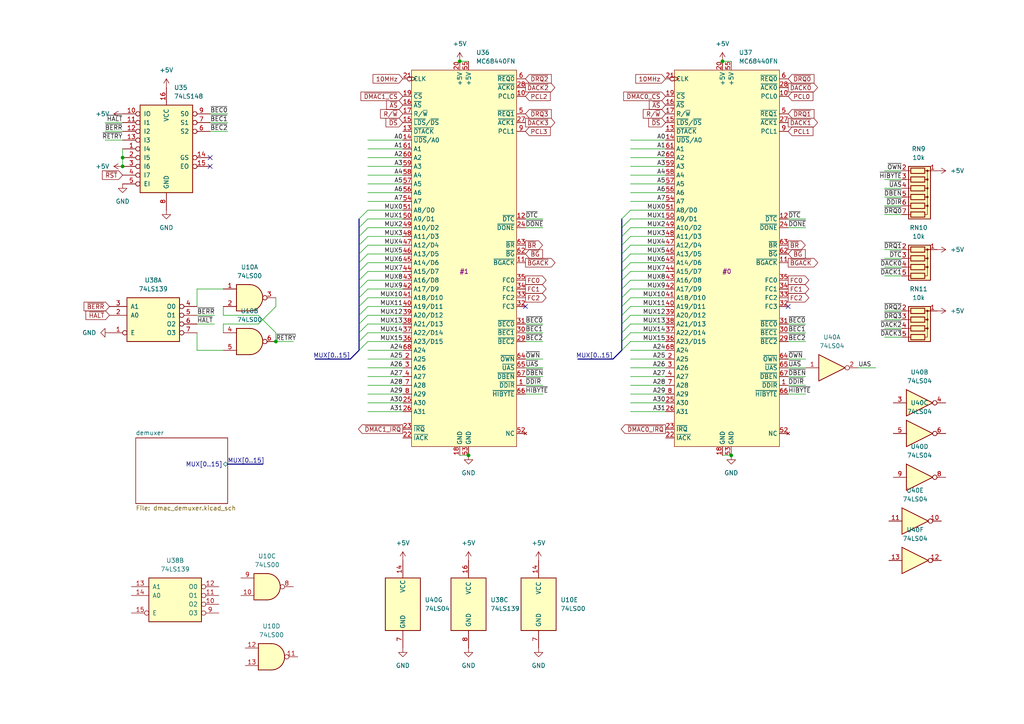
<source format=kicad_sch>
(kicad_sch (version 20231120) (generator "eeschema") (generator_version "8.0")
  (paper "A4")
  (lib_symbols
    (symbol "74xx:74LS00" (pin_names (offset 1.016))
      (property "Reference" "U" (at 0 1.27 0))
      (property "Value" "74LS00" (at 0 -1.27 0))
      (symbol "74LS00_1_1"
        (arc (start 0 -3.81) (mid 3.7934 0) (end 0 3.81) (stroke (width 0.254)) (fill (type background)))
        (polyline (pts (xy 0 3.81) (xy -3.81 3.81) (xy -3.81 -3.81) (xy 0 -3.81)) (stroke (width 0.254)) (fill (type background)))
        (pin input line (at -7.62 2.54 0) (length 3.81) (name "~") (number "1"))
        (pin input line (at -7.62 -2.54 0) (length 3.81) (name "~") (number "2"))
        (pin output inverted (at 7.62 0 180) (length 3.81) (name "~") (number "3"))
      )
      (symbol "74LS00_1_2"
        (arc (start -3.81 -3.81) (mid -2.589 0) (end -3.81 3.81) (stroke (width 0.254)))
        (arc (start -0.6096 -3.81) (mid 2.1842 -2.5851) (end 3.81 0) (stroke (width 0.254)) (fill (type background)))
        (polyline (pts (xy -3.81 -3.81) (xy -0.635 -3.81)) (stroke (width 0.254)) (fill (type background)))
        (polyline (pts (xy -3.81 3.81) (xy -0.635 3.81)) (stroke (width 0.254)) (fill (type background)))
        (polyline (pts (xy -0.635 3.81) (xy -3.81 3.81) (xy -3.81 3.81) (xy -3.556 3.4036) (xy -3.0226 2.2606) (xy -2.6924 1.0414) (xy -2.6162 -0.254) (xy -2.7686 -1.4986) (xy -3.175 -2.7178) (xy -3.81 -3.81) (xy -3.81 -3.81) (xy -0.635 -3.81)) (stroke (width -25.4)) (fill (type background)))
        (arc (start 3.81 0) (mid 2.1915 2.5936) (end -0.6096 3.81) (stroke (width 0.254)) (fill (type background)))
        (pin input inverted (at -7.62 2.54 0) (length 4.318) (name "~") (number "1"))
        (pin input inverted (at -7.62 -2.54 0) (length 4.318) (name "~") (number "2"))
        (pin output line (at 7.62 0 180) (length 3.81) (name "~") (number "3"))
      )
      (symbol "74LS00_2_1"
        (arc (start 0 -3.81) (mid 3.7934 0) (end 0 3.81) (stroke (width 0.254)) (fill (type background)))
        (polyline (pts (xy 0 3.81) (xy -3.81 3.81) (xy -3.81 -3.81) (xy 0 -3.81)) (stroke (width 0.254)) (fill (type background)))
        (pin input line (at -7.62 2.54 0) (length 3.81) (name "~") (number "4"))
        (pin input line (at -7.62 -2.54 0) (length 3.81) (name "~") (number "5"))
        (pin output inverted (at 7.62 0 180) (length 3.81) (name "~") (number "6"))
      )
      (symbol "74LS00_2_2"
        (arc (start -3.81 -3.81) (mid -2.589 0) (end -3.81 3.81) (stroke (width 0.254)))
        (arc (start -0.6096 -3.81) (mid 2.1842 -2.5851) (end 3.81 0) (stroke (width 0.254)) (fill (type background)))
        (polyline (pts (xy -3.81 -3.81) (xy -0.635 -3.81)) (stroke (width 0.254)) (fill (type background)))
        (polyline (pts (xy -3.81 3.81) (xy -0.635 3.81)) (stroke (width 0.254)) (fill (type background)))
        (polyline (pts (xy -0.635 3.81) (xy -3.81 3.81) (xy -3.81 3.81) (xy -3.556 3.4036) (xy -3.0226 2.2606) (xy -2.6924 1.0414) (xy -2.6162 -0.254) (xy -2.7686 -1.4986) (xy -3.175 -2.7178) (xy -3.81 -3.81) (xy -3.81 -3.81) (xy -0.635 -3.81)) (stroke (width -25.4)) (fill (type background)))
        (arc (start 3.81 0) (mid 2.1915 2.5936) (end -0.6096 3.81) (stroke (width 0.254)) (fill (type background)))
        (pin input inverted (at -7.62 2.54 0) (length 4.318) (name "~") (number "4"))
        (pin input inverted (at -7.62 -2.54 0) (length 4.318) (name "~") (number "5"))
        (pin output line (at 7.62 0 180) (length 3.81) (name "~") (number "6"))
      )
      (symbol "74LS00_3_1"
        (arc (start 0 -3.81) (mid 3.7934 0) (end 0 3.81) (stroke (width 0.254)) (fill (type background)))
        (polyline (pts (xy 0 3.81) (xy -3.81 3.81) (xy -3.81 -3.81) (xy 0 -3.81)) (stroke (width 0.254)) (fill (type background)))
        (pin input line (at -7.62 -2.54 0) (length 3.81) (name "~") (number "10"))
        (pin output inverted (at 7.62 0 180) (length 3.81) (name "~") (number "8"))
        (pin input line (at -7.62 2.54 0) (length 3.81) (name "~") (number "9"))
      )
      (symbol "74LS00_3_2"
        (arc (start -3.81 -3.81) (mid -2.589 0) (end -3.81 3.81) (stroke (width 0.254)))
        (arc (start -0.6096 -3.81) (mid 2.1842 -2.5851) (end 3.81 0) (stroke (width 0.254)) (fill (type background)))
        (polyline (pts (xy -3.81 -3.81) (xy -0.635 -3.81)) (stroke (width 0.254)) (fill (type background)))
        (polyline (pts (xy -3.81 3.81) (xy -0.635 3.81)) (stroke (width 0.254)) (fill (type background)))
        (polyline (pts (xy -0.635 3.81) (xy -3.81 3.81) (xy -3.81 3.81) (xy -3.556 3.4036) (xy -3.0226 2.2606) (xy -2.6924 1.0414) (xy -2.6162 -0.254) (xy -2.7686 -1.4986) (xy -3.175 -2.7178) (xy -3.81 -3.81) (xy -3.81 -3.81) (xy -0.635 -3.81)) (stroke (width -25.4)) (fill (type background)))
        (arc (start 3.81 0) (mid 2.1915 2.5936) (end -0.6096 3.81) (stroke (width 0.254)) (fill (type background)))
        (pin input inverted (at -7.62 -2.54 0) (length 4.318) (name "~") (number "10"))
        (pin output line (at 7.62 0 180) (length 3.81) (name "~") (number "8"))
        (pin input inverted (at -7.62 2.54 0) (length 4.318) (name "~") (number "9"))
      )
      (symbol "74LS00_4_1"
        (arc (start 0 -3.81) (mid 3.7934 0) (end 0 3.81) (stroke (width 0.254)) (fill (type background)))
        (polyline (pts (xy 0 3.81) (xy -3.81 3.81) (xy -3.81 -3.81) (xy 0 -3.81)) (stroke (width 0.254)) (fill (type background)))
        (pin output inverted (at 7.62 0 180) (length 3.81) (name "~") (number "11"))
        (pin input line (at -7.62 2.54 0) (length 3.81) (name "~") (number "12"))
        (pin input line (at -7.62 -2.54 0) (length 3.81) (name "~") (number "13"))
      )
      (symbol "74LS00_4_2"
        (arc (start -3.81 -3.81) (mid -2.589 0) (end -3.81 3.81) (stroke (width 0.254)))
        (arc (start -0.6096 -3.81) (mid 2.1842 -2.5851) (end 3.81 0) (stroke (width 0.254)) (fill (type background)))
        (polyline (pts (xy -3.81 -3.81) (xy -0.635 -3.81)) (stroke (width 0.254)) (fill (type background)))
        (polyline (pts (xy -3.81 3.81) (xy -0.635 3.81)) (stroke (width 0.254)) (fill (type background)))
        (polyline (pts (xy -0.635 3.81) (xy -3.81 3.81) (xy -3.81 3.81) (xy -3.556 3.4036) (xy -3.0226 2.2606) (xy -2.6924 1.0414) (xy -2.6162 -0.254) (xy -2.7686 -1.4986) (xy -3.175 -2.7178) (xy -3.81 -3.81) (xy -3.81 -3.81) (xy -0.635 -3.81)) (stroke (width -25.4)) (fill (type background)))
        (arc (start 3.81 0) (mid 2.1915 2.5936) (end -0.6096 3.81) (stroke (width 0.254)) (fill (type background)))
        (pin output line (at 7.62 0 180) (length 3.81) (name "~") (number "11"))
        (pin input inverted (at -7.62 2.54 0) (length 4.318) (name "~") (number "12"))
        (pin input inverted (at -7.62 -2.54 0) (length 4.318) (name "~") (number "13"))
      )
      (symbol "74LS00_5_0"
        (pin power_in line (at 0 12.7 270) (length 5.08) (name "VCC") (number "14"))
        (pin power_in line (at 0 -12.7 90) (length 5.08) (name "GND") (number "7"))
      )
      (symbol "74LS00_5_1"
        (rectangle (start -5.08 7.62) (end 5.08 -7.62) (stroke (width 0.254)) (fill (type background)))
      )
    )
    (symbol "74xx:74LS04"
      (property "Reference" "U" (at 0 1.27 0))
      (property "Value" "74LS04" (at 0 -1.27 0))
      (symbol "74LS04_1_0"
        (polyline (pts (xy -3.81 3.81) (xy -3.81 -3.81) (xy 3.81 0) (xy -3.81 3.81)) (stroke (width 0.254)) (fill (type background)))
        (pin input line (at -7.62 0 0) (length 3.81) (name "~") (number "1"))
        (pin output inverted (at 7.62 0 180) (length 3.81) (name "~") (number "2"))
      )
      (symbol "74LS04_2_0"
        (polyline (pts (xy -3.81 3.81) (xy -3.81 -3.81) (xy 3.81 0) (xy -3.81 3.81)) (stroke (width 0.254)) (fill (type background)))
        (pin input line (at -7.62 0 0) (length 3.81) (name "~") (number "3"))
        (pin output inverted (at 7.62 0 180) (length 3.81) (name "~") (number "4"))
      )
      (symbol "74LS04_3_0"
        (polyline (pts (xy -3.81 3.81) (xy -3.81 -3.81) (xy 3.81 0) (xy -3.81 3.81)) (stroke (width 0.254)) (fill (type background)))
        (pin input line (at -7.62 0 0) (length 3.81) (name "~") (number "5"))
        (pin output inverted (at 7.62 0 180) (length 3.81) (name "~") (number "6"))
      )
      (symbol "74LS04_4_0"
        (polyline (pts (xy -3.81 3.81) (xy -3.81 -3.81) (xy 3.81 0) (xy -3.81 3.81)) (stroke (width 0.254)) (fill (type background)))
        (pin output inverted (at 7.62 0 180) (length 3.81) (name "~") (number "8"))
        (pin input line (at -7.62 0 0) (length 3.81) (name "~") (number "9"))
      )
      (symbol "74LS04_5_0"
        (polyline (pts (xy -3.81 3.81) (xy -3.81 -3.81) (xy 3.81 0) (xy -3.81 3.81)) (stroke (width 0.254)) (fill (type background)))
        (pin output inverted (at 7.62 0 180) (length 3.81) (name "~") (number "10"))
        (pin input line (at -7.62 0 0) (length 3.81) (name "~") (number "11"))
      )
      (symbol "74LS04_6_0"
        (polyline (pts (xy -3.81 3.81) (xy -3.81 -3.81) (xy 3.81 0) (xy -3.81 3.81)) (stroke (width 0.254)) (fill (type background)))
        (pin output inverted (at 7.62 0 180) (length 3.81) (name "~") (number "12"))
        (pin input line (at -7.62 0 0) (length 3.81) (name "~") (number "13"))
      )
      (symbol "74LS04_7_0"
        (pin power_in line (at 0 12.7 270) (length 5.08) (name "VCC") (number "14"))
        (pin power_in line (at 0 -12.7 90) (length 5.08) (name "GND") (number "7"))
      )
      (symbol "74LS04_7_1"
        (rectangle (start -5.08 7.62) (end 5.08 -7.62) (stroke (width 0.254)) (fill (type background)))
      )
    )
    (symbol "74xx:74LS139" (pin_names (offset 1.016))
      (property "Reference" "U" (at -7.62 8.89 0))
      (property "Value" "74LS139" (at -7.62 -8.89 0))
      (symbol "74LS139_1_0"
        (pin input inverted (at -12.7 -5.08 0) (length 5.08) (name "E") (number "1"))
        (pin input line (at -12.7 0 0) (length 5.08) (name "A0") (number "2"))
        (pin input line (at -12.7 2.54 0) (length 5.08) (name "A1") (number "3"))
        (pin output inverted (at 12.7 2.54 180) (length 5.08) (name "O0") (number "4"))
        (pin output inverted (at 12.7 0 180) (length 5.08) (name "O1") (number "5"))
        (pin output inverted (at 12.7 -2.54 180) (length 5.08) (name "O2") (number "6"))
        (pin output inverted (at 12.7 -5.08 180) (length 5.08) (name "O3") (number "7"))
      )
      (symbol "74LS139_1_1"
        (rectangle (start -7.62 5.08) (end 7.62 -7.62) (stroke (width 0.254)) (fill (type background)))
      )
      (symbol "74LS139_2_0"
        (pin output inverted (at 12.7 -2.54 180) (length 5.08) (name "O2") (number "10"))
        (pin output inverted (at 12.7 0 180) (length 5.08) (name "O1") (number "11"))
        (pin output inverted (at 12.7 2.54 180) (length 5.08) (name "O0") (number "12"))
        (pin input line (at -12.7 2.54 0) (length 5.08) (name "A1") (number "13"))
        (pin input line (at -12.7 0 0) (length 5.08) (name "A0") (number "14"))
        (pin input inverted (at -12.7 -5.08 0) (length 5.08) (name "E") (number "15"))
        (pin output inverted (at 12.7 -5.08 180) (length 5.08) (name "O3") (number "9"))
      )
      (symbol "74LS139_2_1"
        (rectangle (start -7.62 5.08) (end 7.62 -7.62) (stroke (width 0.254)) (fill (type background)))
      )
      (symbol "74LS139_3_0"
        (pin power_in line (at 0 12.7 270) (length 5.08) (name "VCC") (number "16"))
        (pin power_in line (at 0 -12.7 90) (length 5.08) (name "GND") (number "8"))
      )
      (symbol "74LS139_3_1"
        (rectangle (start -5.08 7.62) (end 5.08 -7.62) (stroke (width 0.254)) (fill (type background)))
      )
    )
    (symbol "74xx:74LS148" (pin_names (offset 1.016))
      (property "Reference" "U" (at -7.62 13.97 0))
      (property "Value" "74LS148" (at -7.62 -13.97 0))
      (symbol "74LS148_1_0"
        (pin input inverted (at -12.7 0 0) (length 5.08) (name "I4") (number "1"))
        (pin input inverted (at -12.7 10.16 0) (length 5.08) (name "IO") (number "10"))
        (pin input inverted (at -12.7 7.62 0) (length 5.08) (name "I1") (number "11"))
        (pin input inverted (at -12.7 5.08 0) (length 5.08) (name "I2") (number "12"))
        (pin input inverted (at -12.7 2.54 0) (length 5.08) (name "I3") (number "13"))
        (pin output inverted (at 12.7 -2.54 180) (length 5.08) (name "GS") (number "14"))
        (pin output inverted (at 12.7 -5.08 180) (length 5.08) (name "EO") (number "15"))
        (pin power_in line (at 0 17.78 270) (length 5.08) (name "VCC") (number "16"))
        (pin input inverted (at -12.7 -2.54 0) (length 5.08) (name "I5") (number "2"))
        (pin input inverted (at -12.7 -5.08 0) (length 5.08) (name "I6") (number "3"))
        (pin input inverted (at -12.7 -7.62 0) (length 5.08) (name "I7") (number "4"))
        (pin input inverted (at -12.7 -10.16 0) (length 5.08) (name "EI") (number "5"))
        (pin output inverted (at 12.7 5.08 180) (length 5.08) (name "S2") (number "6"))
        (pin output inverted (at 12.7 7.62 180) (length 5.08) (name "S1") (number "7"))
        (pin power_in line (at 0 -17.78 90) (length 5.08) (name "GND") (number "8"))
        (pin output inverted (at 12.7 10.16 180) (length 5.08) (name "S0") (number "9"))
      )
      (symbol "74LS148_1_1"
        (rectangle (start -7.62 12.7) (end 7.62 -12.7) (stroke (width 0.254)) (fill (type background)))
      )
    )
    (symbol "Device:R_Network04" (pin_names (offset 0) hide)
      (property "Reference" "RN" (at -7.62 0 90))
      (property "Value" "R_Network04" (at 5.08 0 90))
      (symbol "R_Network04_0_1"
        (rectangle (start -6.35 -3.175) (end 3.81 3.175) (stroke (width 0.254)) (fill (type background)))
        (rectangle (start -5.842 1.524) (end -4.318 -2.54) (stroke (width 0.254)))
        (circle (center -5.08 2.286) (radius 0.254) (fill (type outline)))
        (rectangle (start -3.302 1.524) (end -1.778 -2.54) (stroke (width 0.254)))
        (circle (center -2.54 2.286) (radius 0.254) (fill (type outline)))
        (rectangle (start -0.762 1.524) (end 0.762 -2.54) (stroke (width 0.254)))
        (polyline (pts (xy -5.08 -2.54) (xy -5.08 -3.81)))
        (polyline (pts (xy -2.54 -2.54) (xy -2.54 -3.81)))
        (polyline (pts (xy 0 -2.54) (xy 0 -3.81)))
        (polyline (pts (xy 2.54 -2.54) (xy 2.54 -3.81)))
        (polyline (pts (xy -5.08 1.524) (xy -5.08 2.286) (xy -2.54 2.286) (xy -2.54 1.524)))
        (polyline (pts (xy -2.54 1.524) (xy -2.54 2.286) (xy 0 2.286) (xy 0 1.524)))
        (polyline (pts (xy 0 1.524) (xy 0 2.286) (xy 2.54 2.286) (xy 2.54 1.524)))
        (circle (center 0 2.286) (radius 0.254) (fill (type outline)))
        (rectangle (start 1.778 1.524) (end 3.302 -2.54) (stroke (width 0.254)))
      )
      (symbol "R_Network04_1_1"
        (pin passive line (at -5.08 5.08 270) (length 2.54) (name "common") (number "1"))
        (pin passive line (at -5.08 -5.08 90) (length 1.27) (name "R1") (number "2"))
        (pin passive line (at -2.54 -5.08 90) (length 1.27) (name "R2") (number "3"))
        (pin passive line (at 0 -5.08 90) (length 1.27) (name "R3") (number "4"))
        (pin passive line (at 2.54 -5.08 90) (length 1.27) (name "R4") (number "5"))
      )
    )
    (symbol "Device:R_Network06" (pin_names (offset 0) hide)
      (property "Reference" "RN" (at -10.16 0 90))
      (property "Value" "R_Network06" (at 7.62 0 90))
      (symbol "R_Network06_0_1"
        (rectangle (start -8.89 -3.175) (end 6.35 3.175) (stroke (width 0.254)) (fill (type background)))
        (rectangle (start -8.382 1.524) (end -6.858 -2.54) (stroke (width 0.254)))
        (circle (center -7.62 2.286) (radius 0.254) (fill (type outline)))
        (rectangle (start -5.842 1.524) (end -4.318 -2.54) (stroke (width 0.254)))
        (circle (center -5.08 2.286) (radius 0.254) (fill (type outline)))
        (rectangle (start -3.302 1.524) (end -1.778 -2.54) (stroke (width 0.254)))
        (circle (center -2.54 2.286) (radius 0.254) (fill (type outline)))
        (rectangle (start -0.762 1.524) (end 0.762 -2.54) (stroke (width 0.254)))
        (polyline (pts (xy -7.62 -2.54) (xy -7.62 -3.81)))
        (polyline (pts (xy -5.08 -2.54) (xy -5.08 -3.81)))
        (polyline (pts (xy -2.54 -2.54) (xy -2.54 -3.81)))
        (polyline (pts (xy 0 -2.54) (xy 0 -3.81)))
        (polyline (pts (xy 2.54 -2.54) (xy 2.54 -3.81)))
        (polyline (pts (xy 5.08 -2.54) (xy 5.08 -3.81)))
        (polyline (pts (xy -7.62 1.524) (xy -7.62 2.286) (xy -5.08 2.286) (xy -5.08 1.524)))
        (polyline (pts (xy -5.08 1.524) (xy -5.08 2.286) (xy -2.54 2.286) (xy -2.54 1.524)))
        (polyline (pts (xy -2.54 1.524) (xy -2.54 2.286) (xy 0 2.286) (xy 0 1.524)))
        (polyline (pts (xy 0 1.524) (xy 0 2.286) (xy 2.54 2.286) (xy 2.54 1.524)))
        (polyline (pts (xy 2.54 1.524) (xy 2.54 2.286) (xy 5.08 2.286) (xy 5.08 1.524)))
        (circle (center 0 2.286) (radius 0.254) (fill (type outline)))
        (rectangle (start 1.778 1.524) (end 3.302 -2.54) (stroke (width 0.254)))
        (circle (center 2.54 2.286) (radius 0.254) (fill (type outline)))
        (rectangle (start 4.318 1.524) (end 5.842 -2.54) (stroke (width 0.254)))
      )
      (symbol "R_Network06_1_1"
        (pin passive line (at -7.62 5.08 270) (length 2.54) (name "common") (number "1"))
        (pin passive line (at -7.62 -5.08 90) (length 1.27) (name "R1") (number "2"))
        (pin passive line (at -5.08 -5.08 90) (length 1.27) (name "R2") (number "3"))
        (pin passive line (at -2.54 -5.08 90) (length 1.27) (name "R3") (number "4"))
        (pin passive line (at 0 -5.08 90) (length 1.27) (name "R4") (number "5"))
        (pin passive line (at 2.54 -5.08 90) (length 1.27) (name "R5") (number "6"))
        (pin passive line (at 5.08 -5.08 90) (length 1.27) (name "R6") (number "7"))
      )
    )
    (symbol "m68k-hbc-ic:MC68440FN"
      (property "Reference" "U" (at 3.81 57.15 0))
      (property "Value" "MC68440FN" (at 0 0 0))
      (symbol "MC68440FN_1_1"
        (rectangle (start -15.24 58.42) (end 15.24 -50.8) (fill (type background)))
        (pin output line (at 17.78 -33.02 180) (length 2.54) (name "~{DDIR}") (number "1"))
        (pin bidirectional line (at 17.78 50.8 180) (length 2.54) (name "PCL0") (number "10"))
        (pin bidirectional line (at 17.78 2.54 180) (length 2.54) (name "~{BGACK}") (number "11"))
        (pin output line (at 17.78 15.24 180) (length 2.54) (name "~{DTC}") (number "12"))
        (pin bidirectional line (at -17.78 40.64 0) (length 2.54) (name "~{DTACK}") (number "13"))
        (pin bidirectional line (at -17.78 38.1 0) (length 2.54) (name "~{UDS}/A0") (number "14"))
        (pin bidirectional line (at -17.78 43.18 0) (length 2.54) (name "~{LDS}/~{DS}") (number "15"))
        (pin bidirectional line (at -17.78 48.26 0) (length 2.54) (name "~{AS}") (number "16"))
        (pin bidirectional line (at -17.78 45.72 0) (length 2.54) (name "R/~{W}") (number "17"))
        (pin power_in line (at -1.27 -53.34 90) (length 2.54) (name "GND") (number "18"))
        (pin input line (at -17.78 50.8 0) (length 2.54) (name "~{CS}") (number "19"))
        (pin output line (at -17.78 -25.4 0) (length 2.54) (name "A25") (number "2"))
        (pin power_in line (at -1.27 60.96 270) (length 2.54) (name "+5V") (number "20"))
        (pin input inverted_clock (at -17.78 55.88 0) (length 2.54) (name "CLK") (number "21"))
        (pin input line (at -17.78 -48.26 0) (length 2.54) (name "~{IACK}") (number "22"))
        (pin output line (at -17.78 -45.72 0) (length 2.54) (name "~{IRQ}") (number "23"))
        (pin bidirectional line (at 17.78 12.7 180) (length 2.54) (name "~{DONE}") (number "24"))
        (pin output line (at -17.78 -38.1 0) (length 2.54) (name "A30") (number "25"))
        (pin output line (at -17.78 -40.64 0) (length 2.54) (name "A31") (number "26"))
        (pin output line (at 17.78 43.18 180) (length 2.54) (name "~{ACK1}") (number "27"))
        (pin output line (at 17.78 53.34 180) (length 2.54) (name "~{ACK0}") (number "28"))
        (pin input line (at 17.78 -20.32 180) (length 2.54) (name "~{BEC2}") (number "29"))
        (pin output line (at -17.78 -27.94 0) (length 2.54) (name "A26") (number "3"))
        (pin input line (at 17.78 -17.78 180) (length 2.54) (name "~{BEC1}") (number "30"))
        (pin input line (at 17.78 -15.24 180) (length 2.54) (name "~{BEC0}") (number "31"))
        (pin output line (at 17.78 -10.16 180) (length 2.54) (name "FC3") (number "32"))
        (pin output line (at 17.78 -7.62 180) (length 2.54) (name "FC2") (number "33"))
        (pin output line (at 17.78 -5.08 180) (length 2.54) (name "FC1") (number "34"))
        (pin output line (at 17.78 -2.54 180) (length 2.54) (name "FC0") (number "35"))
        (pin output line (at -17.78 -20.32 0) (length 2.54) (name "A23/D15") (number "36"))
        (pin output line (at -17.78 -17.78 0) (length 2.54) (name "A22/D14") (number "37"))
        (pin output line (at -17.78 -15.24 0) (length 2.54) (name "A21/D13") (number "38"))
        (pin output line (at -17.78 -12.7 0) (length 2.54) (name "A20/D12") (number "39"))
        (pin output line (at -17.78 -30.48 0) (length 2.54) (name "A27") (number "4"))
        (pin output line (at -17.78 -10.16 0) (length 2.54) (name "A19/D11") (number "40"))
        (pin output line (at -17.78 -7.62 0) (length 2.54) (name "A18/D10") (number "41"))
        (pin output line (at -17.78 -5.08 0) (length 2.54) (name "A17/D9") (number "42"))
        (pin output line (at -17.78 -2.54 0) (length 2.54) (name "A16/D8") (number "43"))
        (pin output line (at -17.78 0 0) (length 2.54) (name "A15/D7") (number "44"))
        (pin output line (at -17.78 2.54 0) (length 2.54) (name "A14/D6") (number "45"))
        (pin output line (at -17.78 5.08 0) (length 2.54) (name "A13/D5") (number "46"))
        (pin output line (at -17.78 7.62 0) (length 2.54) (name "A12/D4") (number "47"))
        (pin output line (at -17.78 10.16 0) (length 2.54) (name "A11/D3") (number "48"))
        (pin output line (at -17.78 12.7 0) (length 2.54) (name "A10/D2") (number "49"))
        (pin input line (at 17.78 45.72 180) (length 2.54) (name "~{REQ1}") (number "5"))
        (pin output line (at -17.78 15.24 0) (length 2.54) (name "A9/D1") (number "50"))
        (pin output line (at -17.78 17.78 0) (length 2.54) (name "A8/D0") (number "51"))
        (pin no_connect line (at 17.78 -46.99 180) (length 2.54) (name "NC") (number "52"))
        (pin power_in line (at 1.27 -53.34 90) (length 2.54) (name "GND") (number "53"))
        (pin bidirectional line (at -17.78 20.32 0) (length 2.54) (name "A7") (number "54"))
        (pin power_in line (at 1.27 60.96 270) (length 2.54) (name "+5V") (number "55"))
        (pin bidirectional line (at -17.78 22.86 0) (length 2.54) (name "A6") (number "56"))
        (pin bidirectional line (at -17.78 25.4 0) (length 2.54) (name "A5") (number "57"))
        (pin bidirectional line (at -17.78 27.94 0) (length 2.54) (name "A4") (number "58"))
        (pin bidirectional line (at -17.78 30.48 0) (length 2.54) (name "A3") (number "59"))
        (pin input line (at 17.78 55.88 180) (length 2.54) (name "~{REQ0}") (number "6"))
        (pin bidirectional line (at -17.78 33.02 0) (length 2.54) (name "A2") (number "60"))
        (pin bidirectional line (at -17.78 35.56 0) (length 2.54) (name "A1") (number "61"))
        (pin input line (at 17.78 5.08 180) (length 2.54) (name "~{BG}") (number "62"))
        (pin output line (at 17.78 7.62 180) (length 2.54) (name "~{BR}") (number "63"))
        (pin output line (at 17.78 -25.4 180) (length 2.54) (name "~{OWN}") (number "64"))
        (pin output line (at 17.78 -27.94 180) (length 2.54) (name "~{UAS}") (number "65"))
        (pin output line (at 17.78 -35.56 180) (length 2.54) (name "~{HIBYTE}") (number "66"))
        (pin output line (at 17.78 -30.48 180) (length 2.54) (name "~{DBEN}") (number "67"))
        (pin output line (at -17.78 -22.86 0) (length 2.54) (name "A24") (number "68"))
        (pin output line (at -17.78 -33.02 0) (length 2.54) (name "A28") (number "7"))
        (pin output line (at -17.78 -35.56 0) (length 2.54) (name "A29") (number "8"))
        (pin bidirectional line (at 17.78 40.64 180) (length 2.54) (name "PCL1") (number "9"))
      )
    )
    (symbol "power:+5V" (power) (pin_names (offset 0))
      (property "Value" "+5V" (at 0 3.556 0))
      (symbol "+5V_0_1"
        (polyline (pts (xy -0.762 1.27) (xy 0 2.54)))
        (polyline (pts (xy 0 0) (xy 0 2.54)))
        (polyline (pts (xy 0 2.54) (xy 0.762 1.27)))
      )
      (symbol "+5V_1_1"
        (pin power_in line (at 0 0 90) (length 0) hide (name "+5V") (number "1"))
      )
    )
    (symbol "power:GND" (power) (pin_names (offset 0))
      (property "Value" "GND" (at 0 -3.81 0))
      (symbol "GND_0_1"
        (polyline (pts (xy 0 0) (xy 0 -1.27) (xy 1.27 -1.27) (xy 0 -2.54) (xy -1.27 -1.27) (xy 0 -1.27)))
      )
      (symbol "GND_1_1"
        (pin power_in line (at 0 0 270) (length 0) hide (name "GND") (number "1"))
      )
    )
  )
  (junction (at 135.89 132.08))
  (junction (at 35.56 45.72))
  (junction (at 212.09 132.08))
  (junction (at 209.55 17.78))
  (junction (at 80.01 99.06))
  (junction (at 133.35 17.78))
  (junction (at 35.56 48.26))
  (no_connect (at 60.96 45.72))
  (no_connect (at 60.96 48.26))
  (no_connect (at 152.4 88.9))
  (no_connect (at 228.6 88.9))
  (bus_entry (at 106.68 81.28) (size -2.54 2.54))
  (bus_entry (at 106.68 86.36) (size -2.54 2.54))
  (bus_entry (at 106.68 93.98) (size -2.54 2.54))
  (bus_entry (at 106.68 76.2) (size -2.54 2.54))
  (bus_entry (at 182.88 88.9) (size -2.54 2.54))
  (bus_entry (at 106.68 83.82) (size -2.54 2.54))
  (bus_entry (at 106.68 71.12) (size -2.54 2.54))
  (bus_entry (at 182.88 91.44) (size -2.54 2.54))
  (bus_entry (at 182.88 83.82) (size -2.54 2.54))
  (bus_entry (at 182.88 86.36) (size -2.54 2.54))
  (bus_entry (at 106.68 73.66) (size -2.54 2.54))
  (bus_entry (at 182.88 99.06) (size -2.54 2.54))
  (bus_entry (at 106.68 91.44) (size -2.54 2.54))
  (bus_entry (at 106.68 60.96) (size -2.54 2.54))
  (bus_entry (at 106.68 99.06) (size -2.54 2.54))
  (bus_entry (at 182.88 73.66) (size -2.54 2.54))
  (bus_entry (at 182.88 71.12) (size -2.54 2.54))
  (bus_entry (at 106.68 68.58) (size -2.54 2.54))
  (bus_entry (at 106.68 88.9) (size -2.54 2.54))
  (bus_entry (at 182.88 81.28) (size -2.54 2.54))
  (bus_entry (at 106.68 63.5) (size -2.54 2.54))
  (bus_entry (at 182.88 76.2) (size -2.54 2.54))
  (bus_entry (at 182.88 96.52) (size -2.54 2.54))
  (bus_entry (at 182.88 93.98) (size -2.54 2.54))
  (bus_entry (at 182.88 68.58) (size -2.54 2.54))
  (bus_entry (at 106.68 66.04) (size -2.54 2.54))
  (bus_entry (at 182.88 66.04) (size -2.54 2.54))
  (bus_entry (at 106.68 96.52) (size -2.54 2.54))
  (bus_entry (at 182.88 63.5) (size -2.54 2.54))
  (bus_entry (at 182.88 78.74) (size -2.54 2.54))
  (bus_entry (at 182.88 60.96) (size -2.54 2.54))
  (bus_entry (at 106.68 78.74) (size -2.54 2.54))
  (bus (pts (xy 101.6 104.14) (xy 104.14 101.6)))
  (wire (pts (xy 256.54 62.23) (xy 261.62 62.23)))
  (wire (pts (xy 182.88 63.5) (xy 193.04 63.5)))
  (wire (pts (xy 182.88 78.74) (xy 193.04 78.74)))
  (wire (pts (xy 233.68 104.14) (xy 228.6 104.14)))
  (wire (pts (xy 106.68 48.26) (xy 116.84 48.26)))
  (wire (pts (xy 233.68 106.68) (xy 228.6 106.68)))
  (bus (pts (xy 180.34 71.12) (xy 180.34 73.66)))
  (wire (pts (xy 30.48 35.56) (xy 35.56 35.56)))
  (wire (pts (xy 233.68 66.04) (xy 228.6 66.04)))
  (wire (pts (xy 182.88 43.18) (xy 193.04 43.18)))
  (wire (pts (xy 182.88 111.76) (xy 193.04 111.76)))
  (wire (pts (xy 256.54 97.79) (xy 261.62 97.79)))
  (wire (pts (xy 106.68 86.36) (xy 116.84 86.36)))
  (wire (pts (xy 57.15 93.98) (xy 62.23 93.98)))
  (wire (pts (xy 66.04 33.02) (xy 60.96 33.02)))
  (wire (pts (xy 133.35 17.78) (xy 135.89 17.78)))
  (wire (pts (xy 106.68 43.18) (xy 116.84 43.18)))
  (bus (pts (xy 104.14 81.28) (xy 104.14 83.82)))
  (bus (pts (xy 180.34 78.74) (xy 180.34 81.28)))
  (wire (pts (xy 135.89 132.08) (xy 133.35 132.08)))
  (wire (pts (xy 106.68 101.6) (xy 116.84 101.6)))
  (wire (pts (xy 106.68 55.88) (xy 116.84 55.88)))
  (bus (pts (xy 180.34 86.36) (xy 180.34 88.9)))
  (wire (pts (xy 106.68 78.74) (xy 116.84 78.74)))
  (wire (pts (xy 66.04 38.1) (xy 60.96 38.1)))
  (wire (pts (xy 106.68 68.58) (xy 116.84 68.58)))
  (wire (pts (xy 30.48 38.1) (xy 35.56 38.1)))
  (wire (pts (xy 106.68 73.66) (xy 116.84 73.66)))
  (bus (pts (xy 180.34 91.44) (xy 180.34 93.98)))
  (bus (pts (xy 180.34 96.52) (xy 180.34 99.06)))
  (bus (pts (xy 104.14 86.36) (xy 104.14 88.9)))
  (bus (pts (xy 91.44 104.14) (xy 101.6 104.14)))
  (wire (pts (xy 212.09 132.08) (xy 209.55 132.08)))
  (wire (pts (xy 182.88 81.28) (xy 193.04 81.28)))
  (bus (pts (xy 104.14 99.06) (xy 104.14 101.6)))
  (bus (pts (xy 180.34 68.58) (xy 180.34 71.12)))
  (wire (pts (xy 106.68 76.2) (xy 116.84 76.2)))
  (bus (pts (xy 180.34 63.5) (xy 180.34 66.04)))
  (wire (pts (xy 80.01 96.52) (xy 80.01 99.06)))
  (wire (pts (xy 256.54 80.01) (xy 261.62 80.01)))
  (bus (pts (xy 177.8 104.14) (xy 180.34 101.6)))
  (wire (pts (xy 182.88 58.42) (xy 193.04 58.42)))
  (wire (pts (xy 35.56 45.72) (xy 35.56 43.18)))
  (wire (pts (xy 182.88 119.38) (xy 193.04 119.38)))
  (bus (pts (xy 180.34 88.9) (xy 180.34 91.44)))
  (bus (pts (xy 104.14 93.98) (xy 104.14 96.52)))
  (wire (pts (xy 106.68 104.14) (xy 116.84 104.14)))
  (wire (pts (xy 182.88 96.52) (xy 193.04 96.52)))
  (wire (pts (xy 182.88 53.34) (xy 193.04 53.34)))
  (bus (pts (xy 180.34 76.2) (xy 180.34 78.74)))
  (bus (pts (xy 104.14 83.82) (xy 104.14 86.36)))
  (wire (pts (xy 233.68 96.52) (xy 228.6 96.52)))
  (wire (pts (xy 182.88 40.64) (xy 193.04 40.64)))
  (wire (pts (xy 106.68 109.22) (xy 116.84 109.22)))
  (wire (pts (xy 182.88 109.22) (xy 193.04 109.22)))
  (wire (pts (xy 182.88 83.82) (xy 193.04 83.82)))
  (bus (pts (xy 104.14 68.58) (xy 104.14 71.12)))
  (wire (pts (xy 182.88 76.2) (xy 193.04 76.2)))
  (wire (pts (xy 182.88 91.44) (xy 193.04 91.44)))
  (wire (pts (xy 106.68 88.9) (xy 116.84 88.9)))
  (wire (pts (xy 106.68 63.5) (xy 116.84 63.5)))
  (wire (pts (xy 182.88 60.96) (xy 193.04 60.96)))
  (wire (pts (xy 256.54 57.15) (xy 261.62 57.15)))
  (wire (pts (xy 106.68 40.64) (xy 116.84 40.64)))
  (wire (pts (xy 106.68 60.96) (xy 116.84 60.96)))
  (bus (pts (xy 180.34 99.06) (xy 180.34 101.6)))
  (wire (pts (xy 182.88 88.9) (xy 193.04 88.9)))
  (wire (pts (xy 106.68 58.42) (xy 116.84 58.42)))
  (wire (pts (xy 106.68 111.76) (xy 116.84 111.76)))
  (wire (pts (xy 106.68 114.3) (xy 116.84 114.3)))
  (wire (pts (xy 106.68 53.34) (xy 116.84 53.34)))
  (wire (pts (xy 106.68 66.04) (xy 116.84 66.04)))
  (wire (pts (xy 64.77 93.98) (xy 64.77 96.52)))
  (wire (pts (xy 233.68 93.98) (xy 228.6 93.98)))
  (wire (pts (xy 182.88 106.68) (xy 193.04 106.68)))
  (wire (pts (xy 233.68 114.3) (xy 228.6 114.3)))
  (wire (pts (xy 256.54 52.07) (xy 261.62 52.07)))
  (bus (pts (xy 104.14 88.9) (xy 104.14 91.44)))
  (wire (pts (xy 106.68 81.28) (xy 116.84 81.28)))
  (wire (pts (xy 57.15 91.44) (xy 62.23 91.44)))
  (wire (pts (xy 30.48 40.64) (xy 35.56 40.64)))
  (bus (pts (xy 104.14 71.12) (xy 104.14 73.66)))
  (bus (pts (xy 104.14 76.2) (xy 104.14 78.74)))
  (wire (pts (xy 256.54 54.61) (xy 261.62 54.61)))
  (wire (pts (xy 157.48 111.76) (xy 152.4 111.76)))
  (wire (pts (xy 182.88 55.88) (xy 193.04 55.88)))
  (wire (pts (xy 261.62 74.93) (xy 256.54 74.93)))
  (wire (pts (xy 106.68 71.12) (xy 116.84 71.12)))
  (wire (pts (xy 233.68 109.22) (xy 228.6 109.22)))
  (bus (pts (xy 167.64 104.14) (xy 177.8 104.14)))
  (wire (pts (xy 85.09 99.06) (xy 80.01 99.06)))
  (wire (pts (xy 106.68 50.8) (xy 116.84 50.8)))
  (bus (pts (xy 180.34 83.82) (xy 180.34 86.36)))
  (wire (pts (xy 64.77 88.9) (xy 64.77 91.44)))
  (bus (pts (xy 104.14 66.04) (xy 104.14 68.58)))
  (wire (pts (xy 209.55 17.78) (xy 212.09 17.78)))
  (bus (pts (xy 104.14 91.44) (xy 104.14 93.98)))
  (wire (pts (xy 182.88 101.6) (xy 193.04 101.6)))
  (wire (pts (xy 256.54 49.53) (xy 261.62 49.53)))
  (wire (pts (xy 182.88 48.26) (xy 193.04 48.26)))
  (bus (pts (xy 180.34 81.28) (xy 180.34 83.82)))
  (wire (pts (xy 64.77 93.98) (xy 74.93 93.98)))
  (wire (pts (xy 157.48 104.14) (xy 152.4 104.14)))
  (wire (pts (xy 182.88 66.04) (xy 193.04 66.04)))
  (wire (pts (xy 261.62 92.71) (xy 256.54 92.71)))
  (bus (pts (xy 180.34 73.66) (xy 180.34 76.2)))
  (wire (pts (xy 74.93 93.98) (xy 80.01 88.9)))
  (wire (pts (xy 64.77 91.44) (xy 74.93 91.44)))
  (wire (pts (xy 106.68 91.44) (xy 116.84 91.44)))
  (wire (pts (xy 182.88 104.14) (xy 193.04 104.14)))
  (wire (pts (xy 157.48 106.68) (xy 152.4 106.68)))
  (wire (pts (xy 256.54 59.69) (xy 261.62 59.69)))
  (wire (pts (xy 66.04 35.56) (xy 60.96 35.56)))
  (wire (pts (xy 57.15 83.82) (xy 57.15 88.9)))
  (bus (pts (xy 180.34 93.98) (xy 180.34 96.52)))
  (bus (pts (xy 76.2 134.62) (xy 66.04 134.62)))
  (wire (pts (xy 106.68 99.06) (xy 116.84 99.06)))
  (wire (pts (xy 182.88 73.66) (xy 193.04 73.66)))
  (wire (pts (xy 157.48 96.52) (xy 152.4 96.52)))
  (wire (pts (xy 74.93 91.44) (xy 80.01 96.52)))
  (wire (pts (xy 256.54 77.47) (xy 261.62 77.47)))
  (wire (pts (xy 157.48 114.3) (xy 152.4 114.3)))
  (bus (pts (xy 180.34 66.04) (xy 180.34 68.58)))
  (bus (pts (xy 104.14 78.74) (xy 104.14 81.28)))
  (wire (pts (xy 106.68 119.38) (xy 116.84 119.38)))
  (wire (pts (xy 182.88 114.3) (xy 193.04 114.3)))
  (wire (pts (xy 157.48 93.98) (xy 152.4 93.98)))
  (wire (pts (xy 106.68 106.68) (xy 116.84 106.68)))
  (wire (pts (xy 182.88 93.98) (xy 193.04 93.98)))
  (wire (pts (xy 256.54 72.39) (xy 261.62 72.39)))
  (wire (pts (xy 57.15 96.52) (xy 57.15 101.6)))
  (wire (pts (xy 35.56 48.26) (xy 35.56 45.72)))
  (wire (pts (xy 157.48 63.5) (xy 152.4 63.5)))
  (wire (pts (xy 106.68 96.52) (xy 116.84 96.52)))
  (wire (pts (xy 157.48 109.22) (xy 152.4 109.22)))
  (wire (pts (xy 182.88 99.06) (xy 193.04 99.06)))
  (wire (pts (xy 233.68 111.76) (xy 228.6 111.76)))
  (wire (pts (xy 57.15 83.82) (xy 64.77 83.82)))
  (bus (pts (xy 104.14 96.52) (xy 104.14 99.06)))
  (wire (pts (xy 157.48 99.06) (xy 152.4 99.06)))
  (wire (pts (xy 182.88 45.72) (xy 193.04 45.72)))
  (wire (pts (xy 256.54 95.25) (xy 261.62 95.25)))
  (wire (pts (xy 233.68 99.06) (xy 228.6 99.06)))
  (wire (pts (xy 254 106.68) (xy 248.92 106.68)))
  (wire (pts (xy 57.15 101.6) (xy 64.77 101.6)))
  (bus (pts (xy 104.14 63.5) (xy 104.14 66.04)))
  (wire (pts (xy 233.68 63.5) (xy 228.6 63.5)))
  (wire (pts (xy 182.88 50.8) (xy 193.04 50.8)))
  (bus (pts (xy 104.14 73.66) (xy 104.14 76.2)))
  (wire (pts (xy 157.48 66.04) (xy 152.4 66.04)))
  (wire (pts (xy 182.88 86.36) (xy 193.04 86.36)))
  (wire (pts (xy 182.88 68.58) (xy 193.04 68.58)))
  (wire (pts (xy 80.01 86.36) (xy 80.01 88.9)))
  (wire (pts (xy 182.88 71.12) (xy 193.04 71.12)))
  (wire (pts (xy 182.88 116.84) (xy 193.04 116.84)))
  (wire (pts (xy 106.68 116.84) (xy 116.84 116.84)))
  (wire (pts (xy 256.54 90.17) (xy 261.62 90.17)))
  (wire (pts (xy 106.68 45.72) (xy 116.84 45.72)))
  (wire (pts (xy 106.68 93.98) (xy 116.84 93.98)))
  (wire (pts (xy 106.68 83.82) (xy 116.84 83.82)))
  (label "A28" (at 193.04 111.76 180))
  (label "MUX13" (at 193.04 93.98 180))
  (label "MUX12" (at 116.84 91.44 180))
  (label "MUX12" (at 193.04 91.44 180))
  (label "A6" (at 193.04 55.88 180))
  (label "MUX5" (at 116.84 73.66 180))
  (label "~{HIBYTE}" (at 228.6 114.3 0))
  (label "~{BERR}" (at 57.15 91.44 0))
  (label "A26" (at 193.04 106.68 180))
  (label "MUX0" (at 116.84 60.96 180))
  (label "MUX15" (at 193.04 99.06 180))
  (label "~{DACK3}" (at 261.62 97.79 180))
  (label "~{BEC2}" (at 60.96 38.1 0))
  (label "A4" (at 116.84 50.8 180))
  (label "A0" (at 193.04 40.64 180))
  (label "MUX0" (at 193.04 60.96 180))
  (label "~{HIBYTE}" (at 261.62 52.07 180))
  (label "A30" (at 193.04 116.84 180))
  (label "~{BEC1}" (at 60.96 35.56 0))
  (label "A24" (at 116.84 101.6 180))
  (label "~{DDIR}" (at 261.62 59.69 180))
  (label "A31" (at 116.84 119.38 180))
  (label "MUX4" (at 193.04 71.12 180))
  (label "~{OWN}" (at 152.4 104.14 0))
  (label "MUX7" (at 193.04 78.74 180))
  (label "MUX6" (at 193.04 76.2 180))
  (label "A25" (at 116.84 104.14 180))
  (label "~{DTC}" (at 152.4 63.5 0))
  (label "MUX1" (at 193.04 63.5 180))
  (label "MUX4" (at 116.84 71.12 180))
  (label "A0" (at 116.84 40.64 180))
  (label "~{DACK0}" (at 261.62 77.47 180))
  (label "A31" (at 193.04 119.38 180))
  (label "~{BEC2}" (at 152.4 99.06 0))
  (label "MUX1" (at 116.84 63.5 180))
  (label "~{RETRY}" (at 80.01 99.06 0))
  (label "~{DACK1}" (at 261.62 80.01 180))
  (label "MUX8" (at 193.04 81.28 180))
  (label "~{DBEN}" (at 228.6 109.22 0))
  (label "A27" (at 116.84 109.22 180))
  (label "MUX[0..15]" (at 66.04 134.62 0))
  (label "A24" (at 193.04 101.6 180))
  (label "MUX3" (at 116.84 68.58 180))
  (label "A29" (at 116.84 114.3 180))
  (label "~{DBEN}" (at 261.62 57.15 180))
  (label "A4" (at 193.04 50.8 180))
  (label "~{DDIR}" (at 228.6 111.76 0))
  (label "MUX7" (at 116.84 78.74 180))
  (label "~{DACK2}" (at 261.62 95.25 180))
  (label "MUX10" (at 116.84 86.36 180))
  (label "~{DDIR}" (at 152.4 111.76 0))
  (label "~{HALT}" (at 35.56 35.56 180))
  (label "MUX8" (at 116.84 81.28 180))
  (label "MUX2" (at 193.04 66.04 180))
  (label "A27" (at 193.04 109.22 180))
  (label "~{HALT}" (at 57.15 93.98 0))
  (label "MUX3" (at 193.04 68.58 180))
  (label "~{BEC2}" (at 228.6 99.06 0))
  (label "A5" (at 116.84 53.34 180))
  (label "UAS" (at 248.92 106.68 0))
  (label "MUX13" (at 116.84 93.98 180))
  (label "~{DONE}" (at 228.6 66.04 0))
  (label "~{DONE}" (at 152.4 66.04 0))
  (label "MUX11" (at 193.04 88.9 180))
  (label "~{BEC0}" (at 228.6 93.98 0))
  (label "MUX[0..15]" (at 101.6 104.14 180))
  (label "~{BEC0}" (at 60.96 33.02 0))
  (label "~{BEC1}" (at 228.6 96.52 0))
  (label "A29" (at 193.04 114.3 180))
  (label "MUX9" (at 116.84 83.82 180))
  (label "MUX11" (at 116.84 88.9 180))
  (label "MUX5" (at 193.04 73.66 180))
  (label "~{DRQ1}" (at 261.62 72.39 180))
  (label "~{DRQ0}" (at 261.62 62.23 180))
  (label "MUX14" (at 116.84 96.52 180))
  (label "MUX9" (at 193.04 83.82 180))
  (label "~{OWN}" (at 261.62 49.53 180))
  (label "~{BEC1}" (at 152.4 96.52 0))
  (label "A2" (at 116.84 45.72 180))
  (label "A3" (at 193.04 48.26 180))
  (label "A5" (at 193.04 53.34 180))
  (label "~{UAS}" (at 261.62 54.61 180))
  (label "~{UAS}" (at 152.4 106.68 0))
  (label "MUX[0..15]" (at 177.8 104.14 180))
  (label "~{DBEN}" (at 152.4 109.22 0))
  (label "A7" (at 193.04 58.42 180))
  (label "MUX15" (at 116.84 99.06 180))
  (label "~{DTC}" (at 228.6 63.5 0))
  (label "A7" (at 116.84 58.42 180))
  (label "A1" (at 116.84 43.18 180))
  (label "A1" (at 193.04 43.18 180))
  (label "A30" (at 116.84 116.84 180))
  (label "~{BEC0}" (at 152.4 93.98 0))
  (label "~{DRQ3}" (at 261.62 92.71 180))
  (label "~{BERR}" (at 35.56 38.1 180))
  (label "~{RETRY}" (at 35.56 40.64 180))
  (label "~{OWN}" (at 228.6 104.14 0))
  (label "MUX14" (at 193.04 96.52 180))
  (label "MUX10" (at 193.04 86.36 180))
  (label "~{UAS}" (at 228.6 106.68 0))
  (label "~{DTC}" (at 261.62 74.93 180))
  (label "A25" (at 193.04 104.14 180))
  (label "A3" (at 116.84 48.26 180))
  (label "A2" (at 193.04 45.72 180))
  (label "~{HIBYTE}" (at 152.4 114.3 0))
  (label "MUX2" (at 116.84 66.04 180))
  (label "A26" (at 116.84 106.68 180))
  (label "A28" (at 116.84 111.76 180))
  (label "A6" (at 116.84 55.88 180))
  (label "~{DRQ2}" (at 261.62 90.17 180))
  (label "MUX6" (at 116.84 76.2 180))
  (global_label "~{DRQ0}" (shape input) (at 228.6 22.86 0) (property "Intersheetrefs" "${INTERSHEET_REFS}" (effects (hide yes))))
  (global_label "~{HALT}" (shape input) (at 31.75 91.44 180) (property "Intersheetrefs" "${INTERSHEET_REFS}" (effects (hide yes))))
  (global_label "~{BGACK}" (shape output) (at 152.4 76.2 0) (property "Intersheetrefs" "${INTERSHEET_REFS}" (effects (hide yes))))
  (global_label "~{DRQ2}" (shape input) (at 152.4 22.86 0) (property "Intersheetrefs" "${INTERSHEET_REFS}" (effects (hide yes))))
  (global_label "~{DACK0}" (shape output) (at 228.6 25.4 0) (property "Intersheetrefs" "${INTERSHEET_REFS}" (effects (hide yes))))
  (global_label "R{slash}~{W}" (shape input) (at 193.04 33.02 180) (property "Intersheetrefs" "${INTERSHEET_REFS}" (effects (hide yes))))
  (global_label "~{BR}" (shape output) (at 228.6 71.12 0) (property "Intersheetrefs" "${INTERSHEET_REFS}" (effects (hide yes))))
  (global_label "~{DMAC0_IRQ}" (shape output) (at 193.04 124.46 180) (property "Intersheetrefs" "${INTERSHEET_REFS}" (effects (hide yes))))
  (global_label "PCL1" (shape input) (at 228.6 38.1 0) (property "Intersheetrefs" "${INTERSHEET_REFS}" (effects (hide yes))))
  (global_label "~{DMAC1_CS}" (shape input) (at 116.84 27.94 180) (property "Intersheetrefs" "${INTERSHEET_REFS}" (effects (hide yes))))
  (global_label "~{DS}" (shape input) (at 116.84 35.56 180) (property "Intersheetrefs" "${INTERSHEET_REFS}" (effects (hide yes))))
  (global_label "10MHz" (shape input) (at 116.84 22.86 180) (property "Intersheetrefs" "${INTERSHEET_REFS}" (effects (hide yes))))
  (global_label "FC1" (shape output) (at 152.4 83.82 0) (property "Intersheetrefs" "${INTERSHEET_REFS}" (effects (hide yes))))
  (global_label "~{AS}" (shape input) (at 193.04 30.48 180) (property "Intersheetrefs" "${INTERSHEET_REFS}" (effects (hide yes))))
  (global_label "~{DMAC0_CS}" (shape input) (at 193.04 27.94 180) (property "Intersheetrefs" "${INTERSHEET_REFS}" (effects (hide yes))))
  (global_label "~{BG}" (shape input) (at 228.6 73.66 0) (property "Intersheetrefs" "${INTERSHEET_REFS}" (effects (hide yes))))
  (global_label "~{DMAC1_IRQ}" (shape output) (at 116.84 124.46 180) (property "Intersheetrefs" "${INTERSHEET_REFS}" (effects (hide yes))))
  (global_label "~{BR}" (shape output) (at 152.4 71.12 0) (property "Intersheetrefs" "${INTERSHEET_REFS}" (effects (hide yes))))
  (global_label "~{RST}" (shape input) (at 35.56 50.8 180) (property "Intersheetrefs" "${INTERSHEET_REFS}" (effects (hide yes))))
  (global_label "PCL0" (shape input) (at 228.6 27.94 0) (property "Intersheetrefs" "${INTERSHEET_REFS}" (effects (hide yes))))
  (global_label "PCL3" (shape input) (at 152.4 38.1 0) (property "Intersheetrefs" "${INTERSHEET_REFS}" (effects (hide yes))))
  (global_label "FC2" (shape output) (at 152.4 86.36 0) (property "Intersheetrefs" "${INTERSHEET_REFS}" (effects (hide yes))))
  (global_label "R{slash}~{W}" (shape input) (at 116.84 33.02 180) (property "Intersheetrefs" "${INTERSHEET_REFS}" (effects (hide yes))))
  (global_label "~{DS}" (shape input) (at 193.04 35.56 180) (property "Intersheetrefs" "${INTERSHEET_REFS}" (effects (hide yes))))
  (global_label "~{DACK2}" (shape output) (at 152.4 25.4 0) (property "Intersheetrefs" "${INTERSHEET_REFS}" (effects (hide yes))))
  (global_label "10MHz" (shape input) (at 193.04 22.86 180) (property "Intersheetrefs" "${INTERSHEET_REFS}" (effects (hide yes))))
  (global_label "FC1" (shape output) (at 228.6 83.82 0) (property "Intersheetrefs" "${INTERSHEET_REFS}" (effects (hide yes))))
  (global_label "FC2" (shape output) (at 228.6 86.36 0) (property "Intersheetrefs" "${INTERSHEET_REFS}" (effects (hide yes))))
  (global_label "~{AS}" (shape input) (at 116.84 30.48 180) (property "Intersheetrefs" "${INTERSHEET_REFS}" (effects (hide yes))))
  (global_label "FC0" (shape output) (at 152.4 81.28 0) (property "Intersheetrefs" "${INTERSHEET_REFS}" (effects (hide yes))))
  (global_label "FC0" (shape output) (at 228.6 81.28 0) (property "Intersheetrefs" "${INTERSHEET_REFS}" (effects (hide yes))))
  (global_label "~{DACK3}" (shape output) (at 152.4 35.56 0) (property "Intersheetrefs" "${INTERSHEET_REFS}" (effects (hide yes))))
  (global_label "~{BGACK}" (shape output) (at 228.6 76.2 0) (property "Intersheetrefs" "${INTERSHEET_REFS}" (effects (hide yes))))
  (global_label "~{DRQ1}" (shape input) (at 228.6 33.02 0) (property "Intersheetrefs" "${INTERSHEET_REFS}" (effects (hide yes))))
  (global_label "~{BERR}" (shape input) (at 31.75 88.9 180) (property "Intersheetrefs" "${INTERSHEET_REFS}" (effects (hide yes))))
  (global_label "PCL2" (shape input) (at 152.4 27.94 0) (property "Intersheetrefs" "${INTERSHEET_REFS}" (effects (hide yes))))
  (global_label "~{BG}" (shape input) (at 152.4 73.66 0) (property "Intersheetrefs" "${INTERSHEET_REFS}" (effects (hide yes))))
  (global_label "~{DACK1}" (shape output) (at 228.6 35.56 0) (property "Intersheetrefs" "${INTERSHEET_REFS}" (effects (hide yes))))
  (global_label "~{DRQ3}" (shape input) (at 152.4 33.02 0) (property "Intersheetrefs" "${INTERSHEET_REFS}" (effects (hide yes))))
  (symbol (lib_id "Device:R_Network04") (at 266.7 95.25 270) (unit 1)
    (property "Reference" "RN11" (at 266.446 83.82 90))
    (property "Value" "10k" (at 266.446 86.36 90))
    (property "Footprint" "Resistor_THT:R_Array_SIP5" (effects (hide yes)))
    (property "Datasheet" "http://www.vishay.com/docs/31509/csc.pdf" (effects (hide yes)))
  )
  (symbol (lib_id "74xx:74LS04") (at 266.7 138.43 0) (unit 4)
    (property "Reference" "U40" (at 266.7 129.54 0))
    (property "Value" "74LS04" (at 266.7 132.08 0))
    (property "Footprint" "Package_DIP:DIP-14_W7.62mm_Socket" (effects (hide yes)))
    (property "Datasheet" "http://www.ti.com/lit/gpn/sn74LS04" (effects (hide yes)))
    (property "Description" "Hex Inverter" (effects (hide yes)))
  )
  (symbol (lib_id "74xx:74LS00") (at 77.47 170.18 0) (unit 3)
    (property "Reference" "U10" (at 77.4617 161.29 0))
    (property "Value" "74LS00" (at 77.4617 163.83 0))
    (property "Datasheet" "http://www.ti.com/lit/gpn/sn74ls00" (effects (hide yes)))
    (property "Description" "quad 2-input NAND gate" (effects (hide yes)))
  )
  (symbol (lib_id "74xx:74LS00") (at 72.39 99.06 0) (unit 2)
    (property "Reference" "U10" (at 72.3817 90.17 0))
    (property "Value" "74LS00" (at 72.3817 92.71 0))
    (property "Datasheet" "http://www.ti.com/lit/gpn/sn74ls00" (effects (hide yes)))
    (property "Description" "quad 2-input NAND gate" (effects (hide yes)))
  )
  (symbol (lib_id "power:GND") (at 35.56 53.34 0) (unit 1)
    (property "Reference" "#PWR0163" (effects (hide yes)))
    (property "Value" "GND" (at 35.56 58.42 0))
  )
  (symbol (lib_id "power:+5V") (at 156.21 162.56 0) (unit 1)
    (property "Reference" "#PWR0172" (effects (hide yes)))
    (property "Value" "+5V" (at 156.21 157.48 0))
  )
  (symbol (lib_id "74xx:74LS139") (at 44.45 91.44 0) (unit 1)
    (property "Reference" "U38" (at 44.45 81.28 0))
    (property "Value" "74LS139" (at 44.45 83.82 0))
    (property "Footprint" "Package_DIP:DIP-16_W7.62mm_Socket" (effects (hide yes)))
    (property "Datasheet" "http://www.ti.com/lit/ds/symlink/sn74ls139a.pdf" (effects (hide yes)))
    (property "Description" "Dual Decoder 1 of 4, Active low outputs" (effects (hide yes)))
  )
  (symbol (lib_id "74xx:74LS04") (at 265.43 151.13 0) (unit 5)
    (property "Reference" "U40" (at 265.43 142.24 0))
    (property "Value" "74LS04" (at 265.43 144.78 0))
    (property "Footprint" "Package_DIP:DIP-14_W7.62mm_Socket" (effects (hide yes)))
    (property "Datasheet" "http://www.ti.com/lit/gpn/sn74LS04" (effects (hide yes)))
    (property "Description" "Hex Inverter" (effects (hide yes)))
  )
  (symbol (lib_id "power:GND") (at 116.84 187.96 0) (unit 1)
    (property "Reference" "#PWR0173" (effects (hide yes)))
    (property "Value" "GND" (at 116.84 193.04 0))
  )
  (symbol (lib_id "m68k-hbc-ic:MC68440FN") (at 210.82 78.74 0) (unit 1)
    (property "Reference" "U37" (at 214.2841 15.24 0) (effects (justify left)))
    (property "Value" "MC68440FN" (at 214.2841 17.78 0) (effects (justify left)))
    (property "Footprint" "Package_LCC:PLCC-68_THT-Socket" (effects (hide yes)))
    (property "ID" "#0" (at 210.82 78.74 0))
  )
  (symbol (lib_id "power:+5V") (at 271.78 90.17 270) (unit 1)
    (property "Reference" "#PWR0166" (effects (hide yes)))
    (property "Value" "+5V" (at 275.59 90.17 90) (effects (justify left)))
  )
  (symbol (lib_id "power:GND") (at 48.26 60.96 0) (unit 1)
    (property "Reference" "#PWR0164" (effects (hide yes)))
    (property "Value" "GND" (at 48.26 66.04 0))
  )
  (symbol (lib_id "power:+5V") (at 35.56 33.02 90) (unit 1)
    (property "Reference" "#PWR0160" (effects (hide yes)))
    (property "Value" "+5V" (at 31.75 33.02 90) (effects (justify left)))
  )
  (symbol (lib_id "power:+5V") (at 209.55 17.78 0) (unit 1)
    (property "Reference" "#PWR0158" (effects (hide yes)))
    (property "Value" "+5V" (at 209.55 12.7 0))
  )
  (symbol (lib_id "74xx:74LS04") (at 241.3 106.68 0) (unit 1)
    (property "Reference" "U40" (at 241.3 97.79 0))
    (property "Value" "74LS04" (at 241.3 100.33 0))
    (property "Footprint" "Package_DIP:DIP-14_W7.62mm_Socket" (effects (hide yes)))
    (property "Datasheet" "http://www.ti.com/lit/gpn/sn74LS04" (effects (hide yes)))
    (property "Description" "Hex Inverter" (effects (hide yes)))
  )
  (symbol (lib_id "m68k-hbc-ic:MC68440FN") (at 134.62 78.74 0) (unit 1)
    (property "Reference" "U36" (at 138.0841 15.24 0) (effects (justify left)))
    (property "Value" "MC68440FN" (at 138.0841 17.78 0) (effects (justify left)))
    (property "Footprint" "Package_LCC:PLCC-68_THT-Socket" (effects (hide yes)))
    (property "ID" "#1" (at 134.62 78.74 0))
  )
  (symbol (lib_id "power:GND") (at 212.09 132.08 0) (unit 1)
    (property "Reference" "#PWR0169" (effects (hide yes)))
    (property "Value" "GND" (at 212.09 137.16 0))
  )
  (symbol (lib_id "power:+5V") (at 271.78 72.39 270) (unit 1)
    (property "Reference" "#PWR0165" (effects (hide yes)))
    (property "Value" "+5V" (at 275.59 72.39 90) (effects (justify left)))
  )
  (symbol (lib_id "74xx:74LS04") (at 266.7 116.84 0) (unit 2)
    (property "Reference" "U40" (at 266.7 107.95 0))
    (property "Value" "74LS04" (at 266.7 110.49 0))
    (property "Footprint" "Package_DIP:DIP-14_W7.62mm_Socket" (effects (hide yes)))
    (property "Datasheet" "http://www.ti.com/lit/gpn/sn74LS04" (effects (hide yes)))
    (property "Description" "Hex Inverter" (effects (hide yes)))
  )
  (symbol (lib_id "74xx:74LS04") (at 265.43 162.56 0) (unit 6)
    (property "Reference" "U40" (at 265.43 153.67 0))
    (property "Value" "74LS04" (at 265.43 156.21 0))
    (property "Footprint" "Package_DIP:DIP-14_W7.62mm_Socket" (effects (hide yes)))
    (property "Datasheet" "http://www.ti.com/lit/gpn/sn74LS04" (effects (hide yes)))
    (property "Description" "Hex Inverter" (effects (hide yes)))
  )
  (symbol (lib_id "power:+5V") (at 116.84 162.56 0) (unit 1)
    (property "Reference" "#PWR0170" (effects (hide yes)))
    (property "Value" "+5V" (at 116.84 157.48 0))
  )
  (symbol (lib_id "power:+5V") (at 48.26 25.4 0) (unit 1)
    (property "Reference" "#PWR0159" (effects (hide yes)))
    (property "Value" "+5V" (at 48.26 20.32 0))
  )
  (symbol (lib_id "74xx:74LS139") (at 50.8 172.72 0) (unit 2)
    (property "Reference" "U38" (at 50.8 162.56 0))
    (property "Value" "74LS139" (at 50.8 165.1 0))
    (property "Footprint" "Package_DIP:DIP-16_W7.62mm_Socket" (effects (hide yes)))
    (property "Datasheet" "http://www.ti.com/lit/ds/symlink/sn74ls139a.pdf" (effects (hide yes)))
    (property "Description" "Dual Decoder 1 of 4, Active low outputs" (effects (hide yes)))
  )
  (symbol (lib_id "power:+5V") (at 35.56 48.26 90) (unit 1)
    (property "Reference" "#PWR0161" (effects (hide yes)))
    (property "Value" "+5V" (at 31.75 48.26 90) (effects (justify left)))
  )
  (symbol (lib_id "74xx:74LS00") (at 156.21 175.26 0) (unit 5)
    (property "Reference" "U10" (at 162.56 173.9899 0) (effects (justify left)))
    (property "Value" "74LS00" (at 162.56 176.5299 0) (effects (justify left)))
    (property "Datasheet" "http://www.ti.com/lit/gpn/sn74ls00" (effects (hide yes)))
    (property "Description" "quad 2-input NAND gate" (effects (hide yes)))
  )
  (symbol (lib_id "74xx:74LS04") (at 266.7 125.73 0) (unit 3)
    (property "Reference" "U40" (at 266.7 116.84 0))
    (property "Value" "74LS04" (at 266.7 119.38 0))
    (property "Footprint" "Package_DIP:DIP-14_W7.62mm_Socket" (effects (hide yes)))
    (property "Datasheet" "http://www.ti.com/lit/gpn/sn74LS04" (effects (hide yes)))
    (property "Description" "Hex Inverter" (effects (hide yes)))
  )
  (symbol (lib_id "74xx:74LS04") (at 116.84 175.26 0) (unit 7)
    (property "Reference" "U40" (at 123.19 173.9899 0) (effects (justify left)))
    (property "Value" "74LS04" (at 123.19 176.5299 0) (effects (justify left)))
    (property "Footprint" "Package_DIP:DIP-14_W7.62mm_Socket" (effects (hide yes)))
    (property "Datasheet" "http://www.ti.com/lit/gpn/sn74LS04" (effects (hide yes)))
    (property "Description" "Hex Inverter" (effects (hide yes)))
  )
  (symbol (lib_id "Device:R_Network04") (at 266.7 77.47 270) (unit 1)
    (property "Reference" "RN10" (at 266.446 66.04 90))
    (property "Value" "10k" (at 266.446 68.58 90))
    (property "Footprint" "Resistor_THT:R_Array_SIP5" (effects (hide yes)))
    (property "Datasheet" "http://www.vishay.com/docs/31509/csc.pdf" (effects (hide yes)))
  )
  (symbol (lib_id "74xx:74LS139") (at 135.89 175.26 0) (unit 3)
    (property "Reference" "U38" (at 142.24 173.9899 0) (effects (justify left)))
    (property "Value" "74LS139" (at 142.24 176.5299 0) (effects (justify left)))
    (property "Footprint" "Package_DIP:DIP-16_W7.62mm_Socket" (effects (hide yes)))
    (property "Datasheet" "http://www.ti.com/lit/ds/symlink/sn74ls139a.pdf" (effects (hide yes)))
    (property "Description" "Dual Decoder 1 of 4, Active low outputs" (effects (hide yes)))
  )
  (symbol (lib_id "74xx:74LS00") (at 78.74 190.5 0) (unit 4)
    (property "Reference" "U10" (at 78.7317 181.61 0))
    (property "Value" "74LS00" (at 78.7317 184.15 0))
    (property "Datasheet" "http://www.ti.com/lit/gpn/sn74ls00" (effects (hide yes)))
    (property "Description" "quad 2-input NAND gate" (effects (hide yes)))
  )
  (symbol (lib_id "power:GND") (at 156.21 187.96 0) (unit 1)
    (property "Reference" "#PWR0175" (effects (hide yes)))
    (property "Value" "GND" (at 156.21 193.04 0))
  )
  (symbol (lib_id "Device:R_Network06") (at 266.7 57.15 270) (unit 1)
    (property "Reference" "RN9" (at 266.446 43.18 90))
    (property "Value" "10k" (at 266.446 45.72 90))
    (property "Footprint" "Resistor_THT:R_Array_SIP7" (effects (hide yes)))
    (property "Datasheet" "http://www.vishay.com/docs/31509/csc.pdf" (effects (hide yes)))
  )
  (symbol (lib_id "power:+5V") (at 135.89 162.56 0) (unit 1)
    (property "Reference" "#PWR0171" (effects (hide yes)))
    (property "Value" "+5V" (at 135.89 157.48 0))
  )
  (symbol (lib_id "power:GND") (at 135.89 132.08 0) (unit 1)
    (property "Reference" "#PWR0168" (effects (hide yes)))
    (property "Value" "GND" (at 135.89 137.16 0))
  )
  (symbol (lib_id "74xx:74LS148") (at 48.26 43.18 0) (unit 1)
    (property "Reference" "U35" (at 50.4541 25.4 0) (effects (justify left)))
    (property "Value" "74LS148" (at 50.4541 27.94 0) (effects (justify left)))
    (property "Footprint" "Package_DIP:DIP-16_W7.62mm_Socket" (effects (hide yes)))
    (property "Datasheet" "http://www.ti.com/lit/gpn/sn74LS148" (effects (hide yes)))
  )
  (symbol (lib_id "power:+5V") (at 133.35 17.78 0) (unit 1)
    (property "Reference" "#PWR0157" (effects (hide yes)))
    (property "Value" "+5V" (at 133.35 12.7 0))
  )
  (symbol (lib_id "power:+5V") (at 271.78 49.53 270) (unit 1)
    (property "Reference" "#PWR0162" (effects (hide yes)))
    (property "Value" "+5V" (at 275.59 49.53 90) (effects (justify left)))
  )
  (symbol (lib_id "74xx:74LS00") (at 72.39 86.36 0) (unit 1)
    (property "Reference" "U10" (at 72.3817 77.47 0))
    (property "Value" "74LS00" (at 72.3817 80.01 0))
    (property "Datasheet" "http://www.ti.com/lit/gpn/sn74ls00" (effects (hide yes)))
    (property "Description" "quad 2-input NAND gate" (effects (hide yes)))
  )
  (symbol (lib_id "power:GND") (at 31.75 96.52 270) (unit 1)
    (property "Reference" "#PWR0167" (effects (hide yes)))
    (property "Value" "GND" (at 27.94 96.52 90) (effects (justify right)))
  )
  (symbol (lib_id "power:GND") (at 135.89 187.96 0) (unit 1)
    (property "Reference" "#PWR0174" (effects (hide yes)))
    (property "Value" "GND" (at 135.89 193.04 0))
  )
  (sheet (at 39.37 127) (size 26.67 19.05) (stroke (width 0.1524))
    (property "Sheetname" "demuxer" (at 39.37 126.2884 0) (effects (justify left bottom)))
    (property "Sheetfile" "dmac_demuxer.kicad_sch" (at 39.37 146.6346 0) (effects (justify left top)))
    (pin "MUX[0..15]" bidirectional (at 66.04 134.62 0))
  )
)
</source>
